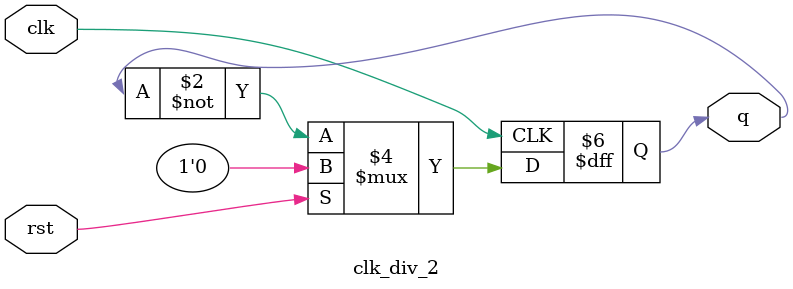
<source format=v>
`timescale 1ns / 1ps


module clk_div_2(clk,rst,q);
    input clk,rst;
    output reg q;
    
    always@(posedge clk) begin
        if (rst)
            q <= 0;
        else 
            q <= ~q;
    end
endmodule

</source>
